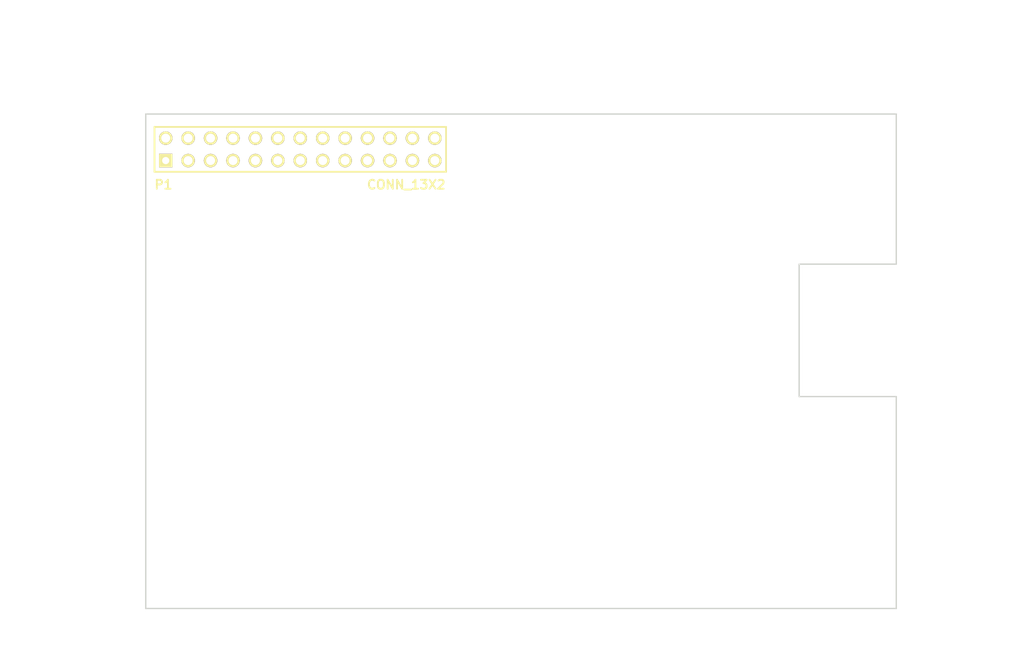
<source format=kicad_pcb>
(kicad_pcb (version 20221018) (generator pcbnew)
  (title_block (date "15 nov 2012"))
  (layers (0 "F.Cu" signal) (31 "B.Cu" signal) (34 "B.Paste" user) (35 "F.Paste" user) (36 "B.SilkS" user) (37 "F.SilkS" user) (38 "B.Mask" user) (39 "F.Mask" user) (44 "Edge.Cuts" user))
  (net 0 "")
  (net 1 "+3.3V")
  (net 2 "+5V")
  (net 3 "GND")
  (footprint "pin_array_13x2" (layer "F.Cu") (at 161 129)
    (fp_text reference "P1" (at -15.5 4) (layer "F.SilkS") (effects (font (size 1.016 1.016) (thickness 0.2032))))
    (fp_text value "CONN_13X2" (at 12 4) (layer "F.SilkS") (effects (font (size 1.016 1.016) (thickness 0.2032))))
    (fp_line (start -16.51 -2.54) (end -16.51 2.54) (stroke (width 0.2032)) (layer "F.SilkS"))
    (fp_line (start -16.51 2.54) (end 16.51 2.54) (stroke (width 0.2032)) (layer "F.SilkS"))
    (fp_line (start 16.51 -2.54) (end -16.51 -2.54) (stroke (width 0.2032)) (layer "F.SilkS"))
    (fp_line (start 16.51 2.54) (end 16.51 -2.54) (stroke (width 0.2032)) (layer "F.SilkS"))
    (pad "1" thru_hole rect (at -15.24 1.27) (size 1.524 1.524) (drill 0.8128) (layers "*.Cu" "*.Mask" "F.SilkS") (net 1 "+3.3V"))
    (pad "2" thru_hole circle (at -15.24 -1.27) (size 1.524 1.524) (drill 1.016) (layers "*.Cu" "*.Mask" "F.SilkS") (net 2 "+5V"))
    (pad "3" thru_hole circle (at -12.7 1.27) (size 1.524 1.524) (drill 1.016) (layers "*.Cu" "*.Mask" "F.SilkS"))
    (pad "4" thru_hole circle (at -12.7 -1.27) (size 1.524 1.524) (drill 1.016) (layers "*.Cu" "*.Mask" "F.SilkS"))
    (pad "5" thru_hole circle (at -10.16 1.27) (size 1.524 1.524) (drill 1.016) (layers "*.Cu" "*.Mask" "F.SilkS"))
    (pad "6" thru_hole circle (at -10.16 -1.27) (size 1.524 1.524) (drill 1.016) (layers "*.Cu" "*.Mask" "F.SilkS") (net 3 "GND"))
    (pad "7" thru_hole circle (at -7.62 1.27) (size 1.524 1.524) (drill 1.016) (layers "*.Cu" "*.Mask" "F.SilkS"))
    (pad "8" thru_hole circle (at -7.62 -1.27) (size 1.524 1.524) (drill 1.016) (layers "*.Cu" "*.Mask" "F.SilkS"))
    (pad "9" thru_hole circle (at -5.08 1.27) (size 1.524 1.524) (drill 1.016) (layers "*.Cu" "*.Mask" "F.SilkS"))
    (pad "10" thru_hole circle (at -5.08 -1.27) (size 1.524 1.524) (drill 1.016) (layers "*.Cu" "*.Mask" "F.SilkS"))
    (pad "11" thru_hole circle (at -2.54 1.27) (size 1.524 1.524) (drill 1.016) (layers "*.Cu" "*.Mask" "F.SilkS"))
    (pad "12" thru_hole circle (at -2.54 -1.27) (size 1.524 1.524) (drill 1.016) (layers "*.Cu" "*.Mask" "F.SilkS"))
    (pad "13" thru_hole circle (at 0 1.27) (size 1.524 1.524) (drill 1.016) (layers "*.Cu" "*.Mask" "F.SilkS"))
    (pad "14" thru_hole circle (at 0 -1.27) (size 1.524 1.524) (drill 1.016) (layers "*.Cu" "*.Mask" "F.SilkS"))
    (pad "15" thru_hole circle (at 2.54 1.27) (size 1.524 1.524) (drill 1.016) (layers "*.Cu" "*.Mask" "F.SilkS"))
    (pad "16" thru_hole circle (at 2.54 -1.27) (size 1.524 1.524) (drill 1.016) (layers "*.Cu" "*.Mask" "F.SilkS"))
    (pad "17" thru_hole circle (at 5.08 1.27) (size 1.524 1.524) (drill 1.016) (layers "*.Cu" "*.Mask" "F.SilkS"))
    (pad "18" thru_hole circle (at 5.08 -1.27) (size 1.524 1.524) (drill 1.016) (layers "*.Cu" "*.Mask" "F.SilkS"))
    (pad "19" thru_hole circle (at 7.62 1.27) (size 1.524 1.524) (drill 1.016) (layers "*.Cu" "*.Mask" "F.SilkS"))
    (pad "20" thru_hole circle (at 7.62 -1.27) (size 1.524 1.524) (drill 1.016) (layers "*.Cu" "*.Mask" "F.SilkS"))
    (pad "21" thru_hole circle (at 10.16 1.27) (size 1.524 1.524) (drill 1.016) (layers "*.Cu" "*.Mask" "F.SilkS"))
    (pad "22" thru_hole circle (at 10.16 -1.27) (size 1.524 1.524) (drill 1.016) (layers "*.Cu" "*.Mask" "F.SilkS"))
    (pad "23" thru_hole circle (at 12.7 1.27) (size 1.524 1.524) (drill 1.016) (layers "*.Cu" "*.Mask" "F.SilkS"))
    (pad "24" thru_hole circle (at 12.7 -1.27) (size 1.524 1.524) (drill 1.016) (layers "*.Cu" "*.Mask" "F.SilkS"))
    (pad "25" thru_hole circle (at 15.24 1.27) (size 1.524 1.524) (drill 1.016) (layers "*.Cu" "*.Mask" "F.SilkS"))
    (pad "26" thru_hole circle (at 15.24 -1.27) (size 1.524 1.524) (drill 1.016) (layers "*.Cu" "*.Mask" "F.SilkS"))
  )
  (gr_line (start 228.5 125) (end 143.5 125) (stroke (width 0.15)) (layer "Edge.Cuts"))
  (gr_line (start 217.5 142) (end 228.5 142) (stroke (width 0.15)) (layer "Edge.Cuts"))
  (gr_line (start 143.5 125) (end 143.5 181) (stroke (width 0.15)) (layer "Edge.Cuts"))
  (gr_line (start 228.5 181) (end 228.5 157) (stroke (width 0.15)) (layer "Edge.Cuts"))
  (gr_line (start 217.5 157) (end 217.5 142) (stroke (width 0.15)) (layer "Edge.Cuts"))
  (gr_line (start 143.5 181) (end 228.5 181) (stroke (width 0.15)) (layer "Edge.Cuts"))
  (gr_line (start 228.5 142) (end 228.5 125) (stroke (width 0.15)) (layer "Edge.Cuts"))
  (gr_line (start 228.5 157) (end 217.5 157) (stroke (width 0.15)) (layer "Edge.Cuts"))
)
</source>
